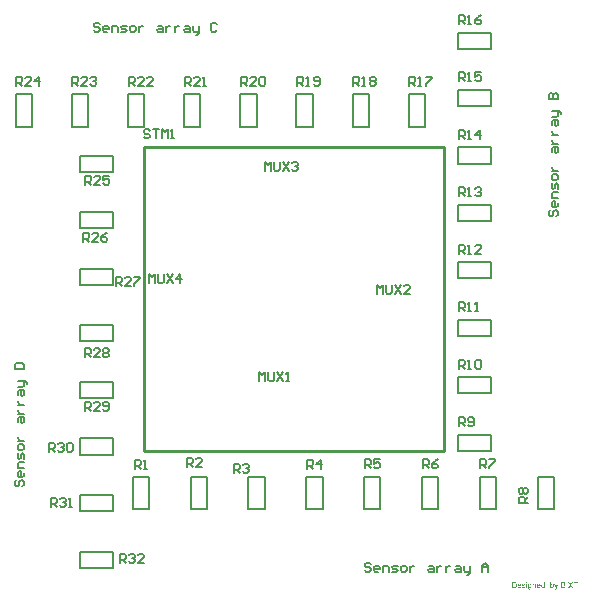
<source format=gto>
G04*
G04 #@! TF.GenerationSoftware,Altium Limited,Altium Designer,19.0.10 (269)*
G04*
G04 Layer_Color=65535*
%FSLAX43Y43*%
%MOMM*%
G71*
G01*
G75*
%ADD10C,0.152*%
%ADD11C,0.254*%
%ADD12C,0.127*%
G36*
X44882Y1070D02*
X44822D01*
Y1138D01*
X44882D01*
Y1070D01*
D02*
G37*
G36*
X46391Y651D02*
X46336D01*
Y695D01*
X46335Y694D01*
X46334Y693D01*
X46332Y690D01*
X46329Y687D01*
X46326Y683D01*
X46322Y679D01*
X46316Y674D01*
X46311Y669D01*
X46304Y664D01*
X46296Y659D01*
X46288Y655D01*
X46280Y651D01*
X46270Y647D01*
X46260Y645D01*
X46249Y644D01*
X46237Y643D01*
X46233D01*
X46230Y644D01*
X46222Y644D01*
X46212Y646D01*
X46199Y649D01*
X46187Y653D01*
X46173Y659D01*
X46159Y666D01*
X46158D01*
X46158Y667D01*
X46153Y670D01*
X46147Y676D01*
X46139Y683D01*
X46131Y692D01*
X46121Y703D01*
X46113Y716D01*
X46105Y730D01*
Y731D01*
X46104Y733D01*
X46104Y735D01*
X46102Y738D01*
X46101Y742D01*
X46099Y747D01*
X46095Y759D01*
X46092Y773D01*
X46089Y789D01*
X46087Y807D01*
X46086Y827D01*
Y828D01*
Y829D01*
Y832D01*
Y836D01*
X46087Y840D01*
Y846D01*
X46088Y859D01*
X46090Y874D01*
X46093Y889D01*
X46097Y906D01*
X46103Y923D01*
Y923D01*
X46104Y925D01*
X46105Y927D01*
X46107Y930D01*
X46110Y937D01*
X46116Y947D01*
X46124Y958D01*
X46133Y969D01*
X46143Y980D01*
X46156Y989D01*
X46156D01*
X46157Y990D01*
X46161Y993D01*
X46169Y997D01*
X46179Y1001D01*
X46190Y1005D01*
X46204Y1009D01*
X46219Y1012D01*
X46234Y1012D01*
X46239D01*
X46245Y1012D01*
X46253Y1011D01*
X46262Y1009D01*
X46271Y1006D01*
X46281Y1003D01*
X46291Y998D01*
X46292Y998D01*
X46295Y996D01*
X46299Y993D01*
X46305Y989D01*
X46311Y984D01*
X46319Y978D01*
X46325Y971D01*
X46331Y963D01*
Y1138D01*
X46391D01*
Y651D01*
D02*
G37*
G36*
X48636Y906D02*
X48820Y651D01*
X48740D01*
X48617Y825D01*
X48616Y825D01*
X48616Y827D01*
X48613Y830D01*
X48610Y834D01*
X48605Y843D01*
X48597Y854D01*
X48596Y854D01*
X48594Y851D01*
X48592Y846D01*
X48588Y840D01*
X48580Y829D01*
X48576Y824D01*
X48573Y820D01*
X48450Y651D01*
X48373D01*
X48562Y903D01*
X48395Y1138D01*
X48472D01*
X48561Y1013D01*
Y1012D01*
X48562Y1012D01*
X48565Y1006D01*
X48570Y1000D01*
X48576Y992D01*
X48582Y982D01*
X48589Y972D01*
X48594Y963D01*
X48599Y954D01*
X48600Y955D01*
X48602Y958D01*
X48606Y963D01*
X48610Y970D01*
X48616Y978D01*
X48622Y988D01*
X48630Y998D01*
X48638Y1008D01*
X48736Y1138D01*
X48806D01*
X48636Y906D01*
D02*
G37*
G36*
X45529Y1012D02*
X45536Y1011D01*
X45545Y1009D01*
X45555Y1007D01*
X45565Y1004D01*
X45576Y1000D01*
X45577Y1000D01*
X45580Y998D01*
X45584Y996D01*
X45590Y992D01*
X45597Y988D01*
X45604Y983D01*
X45610Y977D01*
X45616Y970D01*
X45616Y969D01*
X45618Y967D01*
X45620Y963D01*
X45623Y957D01*
X45626Y952D01*
X45629Y944D01*
X45632Y935D01*
X45634Y926D01*
Y926D01*
X45635Y923D01*
X45636Y919D01*
X45636Y913D01*
Y905D01*
X45637Y894D01*
X45638Y883D01*
Y868D01*
Y651D01*
X45578D01*
Y865D01*
Y866D01*
Y867D01*
Y871D01*
Y878D01*
X45577Y886D01*
X45576Y894D01*
X45575Y904D01*
X45573Y912D01*
X45570Y920D01*
Y920D01*
X45569Y923D01*
X45567Y926D01*
X45565Y930D01*
X45561Y935D01*
X45557Y940D01*
X45552Y945D01*
X45546Y949D01*
X45545Y950D01*
X45543Y951D01*
X45539Y953D01*
X45534Y955D01*
X45528Y957D01*
X45521Y959D01*
X45513Y960D01*
X45504Y960D01*
X45498D01*
X45491Y959D01*
X45481Y957D01*
X45471Y954D01*
X45461Y950D01*
X45449Y944D01*
X45438Y936D01*
X45437Y934D01*
X45434Y931D01*
X45429Y925D01*
X45427Y920D01*
X45425Y915D01*
X45422Y909D01*
X45420Y903D01*
X45418Y895D01*
X45415Y887D01*
X45413Y877D01*
X45412Y867D01*
X45411Y856D01*
Y844D01*
Y651D01*
X45351D01*
Y1004D01*
X45405D01*
Y954D01*
X45406Y954D01*
X45406Y956D01*
X45409Y959D01*
X45412Y963D01*
X45416Y967D01*
X45421Y972D01*
X45426Y977D01*
X45433Y983D01*
X45441Y989D01*
X45449Y994D01*
X45458Y999D01*
X45469Y1003D01*
X45479Y1007D01*
X45491Y1010D01*
X45504Y1012D01*
X45517Y1012D01*
X45522D01*
X45529Y1012D01*
D02*
G37*
G36*
X44611D02*
X44621Y1011D01*
X44633Y1009D01*
X44645Y1007D01*
X44657Y1004D01*
X44669Y1000D01*
X44670D01*
X44671Y999D01*
X44674Y998D01*
X44680Y995D01*
X44687Y992D01*
X44694Y986D01*
X44703Y981D01*
X44710Y975D01*
X44716Y967D01*
X44717Y966D01*
X44718Y963D01*
X44721Y959D01*
X44725Y953D01*
X44728Y946D01*
X44731Y936D01*
X44734Y926D01*
X44737Y914D01*
X44679Y906D01*
Y907D01*
X44678Y910D01*
X44677Y915D01*
X44674Y921D01*
X44671Y928D01*
X44667Y934D01*
X44662Y942D01*
X44655Y948D01*
X44654Y949D01*
X44651Y950D01*
X44647Y953D01*
X44641Y956D01*
X44634Y958D01*
X44624Y961D01*
X44614Y963D01*
X44601Y963D01*
X44594D01*
X44587Y963D01*
X44578Y962D01*
X44568Y960D01*
X44559Y957D01*
X44549Y954D01*
X44542Y949D01*
X44541Y949D01*
X44539Y947D01*
X44536Y944D01*
X44533Y940D01*
X44530Y936D01*
X44528Y930D01*
X44525Y924D01*
X44525Y917D01*
Y917D01*
Y915D01*
X44525Y913D01*
Y910D01*
X44528Y903D01*
X44531Y896D01*
X44532Y895D01*
X44533Y894D01*
X44537Y891D01*
X44540Y888D01*
X44544Y886D01*
X44549Y883D01*
X44554Y880D01*
X44555D01*
X44556Y880D01*
X44559Y879D01*
X44565Y877D01*
X44571Y875D01*
X44581Y872D01*
X44593Y869D01*
X44599Y867D01*
X44608Y865D01*
X44608D01*
X44611Y864D01*
X44614Y863D01*
X44618Y862D01*
X44623Y860D01*
X44629Y859D01*
X44642Y855D01*
X44657Y851D01*
X44672Y845D01*
X44686Y841D01*
X44691Y839D01*
X44697Y837D01*
X44698Y836D01*
X44701Y834D01*
X44706Y832D01*
X44711Y829D01*
X44717Y825D01*
X44724Y819D01*
X44730Y813D01*
X44736Y805D01*
X44737Y805D01*
X44738Y802D01*
X44740Y797D01*
X44743Y791D01*
X44746Y784D01*
X44749Y775D01*
X44750Y765D01*
X44751Y754D01*
Y753D01*
Y749D01*
X44750Y743D01*
X44749Y736D01*
X44746Y728D01*
X44743Y718D01*
X44739Y708D01*
X44733Y698D01*
X44732Y696D01*
X44730Y693D01*
X44726Y689D01*
X44720Y683D01*
X44713Y676D01*
X44704Y670D01*
X44694Y663D01*
X44682Y657D01*
X44680Y656D01*
X44676Y655D01*
X44669Y653D01*
X44660Y650D01*
X44649Y647D01*
X44637Y645D01*
X44622Y644D01*
X44608Y643D01*
X44601D01*
X44597Y644D01*
X44591D01*
X44584Y644D01*
X44568Y647D01*
X44551Y650D01*
X44534Y655D01*
X44517Y662D01*
X44510Y666D01*
X44502Y671D01*
X44502D01*
X44501Y673D01*
X44496Y676D01*
X44490Y683D01*
X44483Y693D01*
X44476Y705D01*
X44468Y719D01*
X44462Y736D01*
X44457Y756D01*
X44516Y766D01*
Y765D01*
Y765D01*
X44517Y760D01*
X44519Y753D01*
X44522Y745D01*
X44525Y736D01*
X44530Y728D01*
X44536Y719D01*
X44544Y710D01*
X44545Y710D01*
X44548Y708D01*
X44553Y705D01*
X44560Y702D01*
X44570Y698D01*
X44580Y695D01*
X44594Y693D01*
X44608Y692D01*
X44614D01*
X44622Y693D01*
X44631Y694D01*
X44641Y696D01*
X44651Y699D01*
X44661Y703D01*
X44669Y708D01*
X44670Y709D01*
X44672Y711D01*
X44676Y715D01*
X44680Y719D01*
X44683Y725D01*
X44686Y733D01*
X44688Y740D01*
X44689Y748D01*
Y749D01*
Y752D01*
X44688Y755D01*
X44687Y760D01*
X44685Y765D01*
X44682Y771D01*
X44677Y776D01*
X44671Y780D01*
X44671Y781D01*
X44668Y782D01*
X44665Y783D01*
X44659Y786D01*
X44651Y788D01*
X44640Y792D01*
X44634Y794D01*
X44627Y796D01*
X44619Y798D01*
X44610Y800D01*
X44609D01*
X44607Y801D01*
X44604Y802D01*
X44599Y803D01*
X44594Y805D01*
X44588Y806D01*
X44574Y811D01*
X44559Y815D01*
X44543Y820D01*
X44529Y825D01*
X44523Y827D01*
X44518Y829D01*
X44517Y830D01*
X44513Y831D01*
X44509Y834D01*
X44504Y838D01*
X44497Y842D01*
X44491Y848D01*
X44485Y855D01*
X44479Y863D01*
X44479Y863D01*
X44477Y866D01*
X44476Y871D01*
X44473Y877D01*
X44470Y883D01*
X44469Y891D01*
X44467Y900D01*
X44467Y910D01*
Y911D01*
Y914D01*
X44467Y919D01*
X44468Y924D01*
X44469Y931D01*
X44471Y938D01*
X44473Y946D01*
X44477Y954D01*
X44478Y954D01*
X44479Y957D01*
X44482Y961D01*
X44485Y966D01*
X44489Y971D01*
X44494Y976D01*
X44500Y982D01*
X44507Y987D01*
X44507Y988D01*
X44510Y989D01*
X44513Y991D01*
X44517Y993D01*
X44522Y996D01*
X44529Y999D01*
X44536Y1002D01*
X44545Y1005D01*
X44546D01*
X44549Y1006D01*
X44553Y1007D01*
X44560Y1009D01*
X44568Y1010D01*
X44576Y1011D01*
X44586Y1012D01*
X44603D01*
X44611Y1012D01*
D02*
G37*
G36*
X47398Y645D02*
Y644D01*
X47397Y643D01*
X47396Y640D01*
X47394Y636D01*
X47393Y631D01*
X47390Y626D01*
X47386Y613D01*
X47380Y600D01*
X47375Y587D01*
X47370Y575D01*
X47367Y570D01*
X47364Y565D01*
X47364Y564D01*
X47361Y561D01*
X47359Y555D01*
X47354Y549D01*
X47348Y542D01*
X47342Y535D01*
X47335Y528D01*
X47327Y522D01*
X47327Y521D01*
X47324Y520D01*
X47319Y518D01*
X47313Y515D01*
X47307Y512D01*
X47298Y510D01*
X47289Y509D01*
X47278Y508D01*
X47275D01*
X47272Y509D01*
X47267D01*
X47261Y509D01*
X47255Y511D01*
X47240Y515D01*
X47233Y571D01*
X47234D01*
X47236Y570D01*
X47240Y570D01*
X47245Y568D01*
X47255Y566D01*
X47267Y565D01*
X47271D01*
X47274Y566D01*
X47279D01*
X47290Y568D01*
X47295Y570D01*
X47299Y572D01*
X47300D01*
X47301Y573D01*
X47304Y575D01*
X47306Y577D01*
X47313Y583D01*
X47319Y591D01*
Y592D01*
X47320Y593D01*
X47321Y596D01*
X47324Y600D01*
X47326Y606D01*
X47329Y613D01*
X47333Y624D01*
X47337Y636D01*
X47338Y636D01*
X47338Y639D01*
X47341Y644D01*
X47343Y650D01*
X47209Y1004D01*
X47272D01*
X47346Y801D01*
Y800D01*
X47347Y799D01*
X47347Y797D01*
X47348Y794D01*
X47351Y786D01*
X47355Y776D01*
X47359Y764D01*
X47363Y750D01*
X47367Y735D01*
X47372Y719D01*
Y720D01*
X47373Y721D01*
Y723D01*
X47374Y726D01*
X47376Y734D01*
X47379Y744D01*
X47382Y756D01*
X47387Y769D01*
X47391Y783D01*
X47396Y798D01*
X47472Y1004D01*
X47531D01*
X47398Y645D01*
D02*
G37*
G36*
X49225Y1081D02*
X49065D01*
Y651D01*
X49001D01*
Y1081D01*
X48840D01*
Y1138D01*
X49225D01*
Y1081D01*
D02*
G37*
G36*
X48311Y651D02*
X48243D01*
Y719D01*
X48311D01*
Y651D01*
D02*
G37*
G36*
X47973Y1138D02*
X47979D01*
X47991Y1137D01*
X48005Y1135D01*
X48020Y1132D01*
X48035Y1129D01*
X48048Y1124D01*
X48049D01*
X48050Y1123D01*
X48054Y1121D01*
X48060Y1117D01*
X48068Y1112D01*
X48076Y1106D01*
X48085Y1098D01*
X48094Y1089D01*
X48102Y1078D01*
X48102Y1076D01*
X48105Y1072D01*
X48108Y1066D01*
X48111Y1058D01*
X48115Y1048D01*
X48118Y1038D01*
X48120Y1026D01*
X48121Y1013D01*
Y1012D01*
Y1008D01*
X48120Y1002D01*
X48119Y994D01*
X48117Y985D01*
X48114Y975D01*
X48110Y964D01*
X48104Y954D01*
X48103Y952D01*
X48101Y949D01*
X48096Y944D01*
X48091Y938D01*
X48084Y931D01*
X48075Y924D01*
X48065Y917D01*
X48052Y910D01*
X48053D01*
X48054Y909D01*
X48056Y909D01*
X48059Y908D01*
X48068Y904D01*
X48077Y900D01*
X48088Y893D01*
X48099Y886D01*
X48111Y877D01*
X48120Y865D01*
X48121Y864D01*
X48124Y860D01*
X48128Y854D01*
X48133Y845D01*
X48137Y834D01*
X48141Y822D01*
X48144Y808D01*
X48145Y792D01*
Y791D01*
Y786D01*
X48144Y779D01*
X48143Y771D01*
X48141Y762D01*
X48139Y751D01*
X48135Y739D01*
X48130Y728D01*
X48129Y727D01*
X48128Y723D01*
X48124Y718D01*
X48120Y711D01*
X48115Y704D01*
X48109Y696D01*
X48102Y689D01*
X48094Y682D01*
X48094Y682D01*
X48091Y680D01*
X48086Y677D01*
X48079Y673D01*
X48072Y670D01*
X48062Y666D01*
X48052Y662D01*
X48041Y659D01*
X48039D01*
X48035Y657D01*
X48028Y656D01*
X48019Y655D01*
X48007Y653D01*
X47994Y653D01*
X47979Y651D01*
X47777D01*
Y1138D01*
X47968D01*
X47973Y1138D01*
D02*
G37*
G36*
X44882Y651D02*
X44822D01*
Y1004D01*
X44882D01*
Y651D01*
D02*
G37*
G36*
X43819Y1138D02*
X43833Y1137D01*
X43847Y1135D01*
X43861Y1133D01*
X43873Y1131D01*
X43874D01*
X43876Y1130D01*
X43877D01*
X43880Y1129D01*
X43888Y1127D01*
X43898Y1123D01*
X43909Y1118D01*
X43921Y1112D01*
X43933Y1105D01*
X43945Y1096D01*
X43945D01*
X43946Y1095D01*
X43951Y1090D01*
X43958Y1083D01*
X43966Y1073D01*
X43976Y1061D01*
X43985Y1047D01*
X43994Y1031D01*
X44002Y1012D01*
Y1012D01*
X44003Y1010D01*
X44004Y1007D01*
X44005Y1003D01*
X44007Y999D01*
X44008Y993D01*
X44011Y986D01*
X44012Y979D01*
X44014Y971D01*
X44016Y962D01*
X44019Y943D01*
X44021Y921D01*
X44022Y897D01*
Y897D01*
Y895D01*
Y892D01*
Y888D01*
X44021Y883D01*
Y877D01*
X44020Y864D01*
X44019Y849D01*
X44016Y832D01*
X44013Y815D01*
X44008Y799D01*
Y798D01*
X44008Y797D01*
X44007Y794D01*
X44006Y791D01*
X44003Y784D01*
X43999Y774D01*
X43995Y762D01*
X43989Y751D01*
X43982Y739D01*
X43975Y728D01*
X43974Y726D01*
X43971Y723D01*
X43968Y718D01*
X43962Y711D01*
X43956Y705D01*
X43948Y697D01*
X43939Y690D01*
X43930Y683D01*
X43930Y682D01*
X43926Y681D01*
X43921Y678D01*
X43914Y674D01*
X43906Y670D01*
X43896Y667D01*
X43885Y663D01*
X43873Y659D01*
X43871D01*
X43867Y658D01*
X43860Y657D01*
X43850Y656D01*
X43839Y654D01*
X43826Y653D01*
X43811Y652D01*
X43795Y651D01*
X43620D01*
Y1138D01*
X43807D01*
X43819Y1138D01*
D02*
G37*
G36*
X46923Y965D02*
X46924Y966D01*
X46925Y967D01*
X46927Y969D01*
X46930Y972D01*
X46934Y976D01*
X46938Y980D01*
X46949Y989D01*
X46962Y998D01*
X46980Y1005D01*
X46988Y1008D01*
X46998Y1010D01*
X47008Y1012D01*
X47019Y1012D01*
X47025D01*
X47031Y1012D01*
X47039Y1011D01*
X47049Y1009D01*
X47059Y1006D01*
X47069Y1003D01*
X47080Y999D01*
X47082Y998D01*
X47086Y997D01*
X47091Y994D01*
X47097Y989D01*
X47105Y984D01*
X47112Y977D01*
X47120Y970D01*
X47128Y962D01*
X47129Y961D01*
X47131Y957D01*
X47135Y952D01*
X47139Y946D01*
X47143Y937D01*
X47149Y928D01*
X47153Y917D01*
X47158Y904D01*
X47158Y903D01*
X47159Y898D01*
X47161Y891D01*
X47163Y883D01*
X47165Y872D01*
X47167Y860D01*
X47168Y847D01*
X47169Y833D01*
Y832D01*
Y829D01*
Y824D01*
X47168Y818D01*
X47167Y810D01*
X47166Y802D01*
X47165Y791D01*
X47163Y781D01*
X47158Y759D01*
X47154Y747D01*
X47149Y735D01*
X47144Y723D01*
X47138Y712D01*
X47132Y702D01*
X47123Y692D01*
X47123Y691D01*
X47121Y690D01*
X47119Y687D01*
X47115Y685D01*
X47112Y681D01*
X47106Y676D01*
X47100Y672D01*
X47093Y667D01*
X47077Y659D01*
X47060Y650D01*
X47049Y647D01*
X47039Y645D01*
X47028Y644D01*
X47016Y643D01*
X47010D01*
X47005Y644D01*
X47000Y644D01*
X46994Y646D01*
X46980Y650D01*
X46973Y652D01*
X46965Y656D01*
X46957Y660D01*
X46948Y665D01*
X46941Y671D01*
X46933Y678D01*
X46925Y686D01*
X46919Y695D01*
Y651D01*
X46863D01*
Y1138D01*
X46923D01*
Y965D01*
D02*
G37*
G36*
X45886Y1012D02*
X45891Y1011D01*
X45899Y1010D01*
X45906Y1009D01*
X45915Y1006D01*
X45933Y1000D01*
X45943Y997D01*
X45952Y992D01*
X45962Y986D01*
X45972Y980D01*
X45980Y972D01*
X45989Y963D01*
X45990Y963D01*
X45992Y961D01*
X45994Y958D01*
X45997Y954D01*
X46000Y949D01*
X46003Y943D01*
X46008Y937D01*
X46012Y929D01*
X46016Y919D01*
X46021Y909D01*
X46024Y898D01*
X46028Y886D01*
X46030Y873D01*
X46032Y859D01*
X46034Y844D01*
X46035Y828D01*
Y827D01*
Y824D01*
Y819D01*
X46034Y812D01*
X45771D01*
Y811D01*
Y810D01*
X45772Y806D01*
Y802D01*
X45773Y797D01*
X45774Y792D01*
X45777Y779D01*
X45781Y765D01*
X45786Y750D01*
X45794Y735D01*
X45804Y722D01*
X45805Y721D01*
X45809Y718D01*
X45816Y713D01*
X45824Y708D01*
X45835Y702D01*
X45848Y696D01*
X45862Y693D01*
X45877Y692D01*
X45883D01*
X45889Y693D01*
X45897Y694D01*
X45906Y696D01*
X45915Y699D01*
X45925Y703D01*
X45934Y709D01*
X45934Y710D01*
X45937Y713D01*
X45942Y716D01*
X45947Y723D01*
X45953Y730D01*
X45959Y740D01*
X45965Y752D01*
X45971Y765D01*
X46032Y757D01*
Y756D01*
X46032Y755D01*
X46031Y752D01*
X46029Y748D01*
X46028Y744D01*
X46026Y739D01*
X46020Y726D01*
X46012Y713D01*
X46003Y699D01*
X45992Y685D01*
X45978Y673D01*
X45978D01*
X45977Y671D01*
X45975Y670D01*
X45971Y668D01*
X45967Y666D01*
X45963Y663D01*
X45957Y661D01*
X45951Y658D01*
X45937Y653D01*
X45919Y647D01*
X45900Y644D01*
X45877Y643D01*
X45870D01*
X45865Y644D01*
X45858Y644D01*
X45851Y645D01*
X45843Y647D01*
X45833Y649D01*
X45814Y655D01*
X45803Y659D01*
X45794Y663D01*
X45783Y668D01*
X45774Y675D01*
X45764Y682D01*
X45755Y690D01*
X45754Y691D01*
X45753Y693D01*
X45751Y696D01*
X45748Y699D01*
X45745Y704D01*
X45741Y710D01*
X45736Y717D01*
X45733Y725D01*
X45728Y734D01*
X45724Y744D01*
X45720Y755D01*
X45717Y767D01*
X45714Y779D01*
X45712Y794D01*
X45711Y808D01*
X45710Y824D01*
Y825D01*
Y828D01*
Y833D01*
X45711Y839D01*
X45711Y846D01*
X45712Y855D01*
X45713Y865D01*
X45716Y875D01*
X45721Y897D01*
X45725Y909D01*
X45729Y920D01*
X45734Y932D01*
X45740Y943D01*
X45747Y953D01*
X45755Y963D01*
X45756Y963D01*
X45757Y965D01*
X45759Y967D01*
X45763Y971D01*
X45768Y975D01*
X45774Y978D01*
X45779Y983D01*
X45787Y988D01*
X45795Y992D01*
X45804Y997D01*
X45814Y1000D01*
X45825Y1005D01*
X45836Y1008D01*
X45848Y1010D01*
X45860Y1012D01*
X45874Y1012D01*
X45880D01*
X45886Y1012D01*
D02*
G37*
G36*
X44259D02*
X44265Y1011D01*
X44272Y1010D01*
X44280Y1009D01*
X44289Y1006D01*
X44307Y1000D01*
X44316Y997D01*
X44326Y992D01*
X44335Y986D01*
X44345Y980D01*
X44354Y972D01*
X44363Y963D01*
X44364Y963D01*
X44365Y961D01*
X44367Y958D01*
X44370Y954D01*
X44373Y949D01*
X44377Y943D01*
X44381Y937D01*
X44386Y929D01*
X44390Y919D01*
X44394Y909D01*
X44398Y898D01*
X44401Y886D01*
X44404Y873D01*
X44406Y859D01*
X44407Y844D01*
X44408Y828D01*
Y827D01*
Y824D01*
Y819D01*
X44407Y812D01*
X44145D01*
Y811D01*
Y810D01*
X44146Y806D01*
Y802D01*
X44146Y797D01*
X44147Y792D01*
X44150Y779D01*
X44154Y765D01*
X44160Y750D01*
X44168Y735D01*
X44177Y722D01*
X44179Y721D01*
X44183Y718D01*
X44189Y713D01*
X44197Y708D01*
X44209Y702D01*
X44221Y696D01*
X44235Y693D01*
X44251Y692D01*
X44257D01*
X44263Y693D01*
X44270Y694D01*
X44279Y696D01*
X44289Y699D01*
X44298Y703D01*
X44307Y709D01*
X44308Y710D01*
X44311Y713D01*
X44315Y716D01*
X44321Y723D01*
X44327Y730D01*
X44332Y740D01*
X44338Y752D01*
X44344Y765D01*
X44406Y757D01*
Y756D01*
X44405Y755D01*
X44404Y752D01*
X44403Y748D01*
X44401Y744D01*
X44399Y739D01*
X44393Y726D01*
X44386Y713D01*
X44377Y699D01*
X44365Y685D01*
X44352Y673D01*
X44351D01*
X44350Y671D01*
X44348Y670D01*
X44344Y668D01*
X44341Y666D01*
X44336Y663D01*
X44331Y661D01*
X44324Y658D01*
X44310Y653D01*
X44292Y647D01*
X44273Y644D01*
X44251Y643D01*
X44243D01*
X44238Y644D01*
X44232Y644D01*
X44224Y645D01*
X44216Y647D01*
X44206Y649D01*
X44187Y655D01*
X44177Y659D01*
X44167Y663D01*
X44157Y668D01*
X44147Y675D01*
X44137Y682D01*
X44129Y690D01*
X44128Y691D01*
X44126Y693D01*
X44124Y696D01*
X44122Y699D01*
X44118Y704D01*
X44114Y710D01*
X44110Y717D01*
X44106Y725D01*
X44102Y734D01*
X44097Y744D01*
X44094Y755D01*
X44091Y767D01*
X44088Y779D01*
X44085Y794D01*
X44084Y808D01*
X44083Y824D01*
Y825D01*
Y828D01*
Y833D01*
X44084Y839D01*
X44085Y846D01*
X44085Y855D01*
X44087Y865D01*
X44089Y875D01*
X44094Y897D01*
X44098Y909D01*
X44103Y920D01*
X44108Y932D01*
X44114Y943D01*
X44120Y953D01*
X44129Y963D01*
X44129Y963D01*
X44131Y965D01*
X44133Y967D01*
X44137Y971D01*
X44141Y975D01*
X44147Y978D01*
X44153Y983D01*
X44160Y988D01*
X44169Y992D01*
X44177Y997D01*
X44187Y1000D01*
X44198Y1005D01*
X44209Y1008D01*
X44221Y1010D01*
X44234Y1012D01*
X44247Y1012D01*
X44254D01*
X44259Y1012D01*
D02*
G37*
G36*
X45113D02*
X45118Y1011D01*
X45125Y1009D01*
X45139Y1006D01*
X45147Y1003D01*
X45155Y1000D01*
X45164Y996D01*
X45173Y991D01*
X45181Y985D01*
X45190Y978D01*
X45198Y970D01*
X45205Y961D01*
Y1004D01*
X45260D01*
Y699D01*
Y698D01*
Y695D01*
Y691D01*
Y685D01*
X45260Y679D01*
Y671D01*
X45259Y662D01*
X45258Y653D01*
X45256Y635D01*
X45253Y616D01*
X45249Y598D01*
X45246Y590D01*
X45243Y583D01*
Y582D01*
X45243Y581D01*
X45240Y577D01*
X45236Y571D01*
X45231Y563D01*
X45223Y554D01*
X45214Y545D01*
X45203Y536D01*
X45191Y528D01*
X45190D01*
X45189Y527D01*
X45187Y527D01*
X45184Y525D01*
X45176Y521D01*
X45166Y518D01*
X45153Y515D01*
X45137Y511D01*
X45120Y509D01*
X45101Y508D01*
X45095D01*
X45090Y509D01*
X45085D01*
X45079Y509D01*
X45064Y512D01*
X45048Y515D01*
X45031Y520D01*
X45014Y527D01*
X44998Y537D01*
X44998D01*
X44997Y538D01*
X44993Y542D01*
X44987Y549D01*
X44979Y558D01*
X44973Y570D01*
X44967Y585D01*
X44963Y602D01*
X44961Y612D01*
Y622D01*
X45019Y614D01*
Y613D01*
X45020Y610D01*
X45021Y605D01*
X45023Y599D01*
X45026Y593D01*
X45030Y586D01*
X45034Y580D01*
X45040Y575D01*
X45041Y574D01*
X45044Y572D01*
X45049Y570D01*
X45056Y567D01*
X45064Y563D01*
X45075Y561D01*
X45087Y558D01*
X45101Y558D01*
X45108D01*
X45115Y558D01*
X45125Y560D01*
X45135Y562D01*
X45145Y565D01*
X45156Y569D01*
X45165Y575D01*
X45165Y575D01*
X45168Y578D01*
X45172Y581D01*
X45177Y587D01*
X45182Y593D01*
X45187Y601D01*
X45191Y610D01*
X45195Y621D01*
Y621D01*
X45196Y624D01*
X45197Y630D01*
X45197Y637D01*
X45199Y647D01*
Y654D01*
X45199Y661D01*
Y669D01*
Y677D01*
Y687D01*
Y697D01*
X45199Y696D01*
X45198Y695D01*
X45196Y693D01*
X45193Y690D01*
X45188Y687D01*
X45184Y682D01*
X45173Y674D01*
X45159Y666D01*
X45142Y659D01*
X45133Y656D01*
X45123Y653D01*
X45113Y652D01*
X45102Y651D01*
X45096D01*
X45090Y652D01*
X45085Y653D01*
X45077Y654D01*
X45070Y656D01*
X45061Y658D01*
X45052Y660D01*
X45043Y664D01*
X45033Y668D01*
X45024Y673D01*
X45015Y679D01*
X45006Y686D01*
X44998Y694D01*
X44990Y703D01*
X44989Y704D01*
X44988Y705D01*
X44986Y708D01*
X44984Y713D01*
X44981Y718D01*
X44977Y724D01*
X44973Y730D01*
X44970Y739D01*
X44966Y748D01*
X44962Y757D01*
X44959Y768D01*
X44955Y779D01*
X44951Y802D01*
X44950Y816D01*
X44950Y829D01*
Y830D01*
Y831D01*
Y834D01*
Y838D01*
X44950Y842D01*
Y848D01*
X44952Y860D01*
X44954Y874D01*
X44957Y890D01*
X44961Y906D01*
X44967Y923D01*
Y923D01*
X44968Y925D01*
X44970Y927D01*
X44971Y930D01*
X44975Y937D01*
X44981Y947D01*
X44989Y957D01*
X44998Y969D01*
X45008Y979D01*
X45021Y989D01*
X45021D01*
X45022Y989D01*
X45024Y991D01*
X45027Y992D01*
X45034Y996D01*
X45044Y1000D01*
X45056Y1005D01*
X45070Y1009D01*
X45085Y1012D01*
X45102Y1012D01*
X45108D01*
X45113Y1012D01*
D02*
G37*
%LPC*%
G36*
X46247Y963D02*
X46236D01*
X46233Y962D01*
X46226Y961D01*
X46217Y959D01*
X46207Y954D01*
X46196Y949D01*
X46184Y941D01*
X46179Y936D01*
X46174Y930D01*
X46173Y929D01*
X46172Y926D01*
X46170Y924D01*
X46168Y920D01*
X46166Y916D01*
X46163Y911D01*
X46161Y905D01*
X46158Y898D01*
X46156Y891D01*
X46153Y882D01*
X46152Y873D01*
X46150Y863D01*
X46149Y851D01*
X46147Y840D01*
Y827D01*
Y826D01*
Y824D01*
Y820D01*
X46148Y816D01*
Y810D01*
X46149Y804D01*
X46151Y788D01*
X46154Y772D01*
X46159Y755D01*
X46166Y739D01*
X46170Y732D01*
X46176Y725D01*
X46177Y724D01*
X46181Y720D01*
X46187Y715D01*
X46195Y709D01*
X46204Y702D01*
X46216Y697D01*
X46229Y693D01*
X46236Y693D01*
X46243Y692D01*
X46247D01*
X46250Y693D01*
X46257Y693D01*
X46266Y696D01*
X46276Y700D01*
X46288Y705D01*
X46299Y713D01*
X46305Y718D01*
X46310Y724D01*
Y725D01*
X46311Y725D01*
X46312Y728D01*
X46314Y730D01*
X46316Y733D01*
X46319Y737D01*
X46321Y742D01*
X46324Y748D01*
X46326Y754D01*
X46328Y762D01*
X46331Y770D01*
X46333Y779D01*
X46335Y788D01*
X46336Y799D01*
X46337Y810D01*
Y822D01*
Y822D01*
Y825D01*
Y828D01*
X46336Y834D01*
Y840D01*
X46336Y846D01*
X46334Y863D01*
X46331Y880D01*
X46325Y897D01*
X46319Y914D01*
X46314Y922D01*
X46309Y929D01*
Y929D01*
X46308Y930D01*
X46304Y934D01*
X46298Y940D01*
X46290Y946D01*
X46280Y952D01*
X46268Y957D01*
X46255Y961D01*
X46247Y963D01*
D02*
G37*
G36*
X47956Y1081D02*
X47841D01*
Y933D01*
X47961D01*
X47970Y934D01*
X47980Y934D01*
X47990Y935D01*
X47999Y937D01*
X48007Y938D01*
X48008Y939D01*
X48011Y940D01*
X48016Y941D01*
X48022Y944D01*
X48028Y947D01*
X48033Y952D01*
X48039Y957D01*
X48045Y963D01*
X48045Y963D01*
X48047Y966D01*
X48048Y969D01*
X48051Y975D01*
X48053Y980D01*
X48055Y988D01*
X48056Y996D01*
X48057Y1006D01*
Y1006D01*
Y1010D01*
X48056Y1015D01*
X48056Y1020D01*
X48054Y1027D01*
X48052Y1034D01*
X48049Y1041D01*
X48045Y1049D01*
X48045Y1049D01*
X48043Y1052D01*
X48040Y1055D01*
X48036Y1059D01*
X48032Y1063D01*
X48026Y1067D01*
X48019Y1071D01*
X48012Y1074D01*
X48011D01*
X48007Y1075D01*
X48002Y1076D01*
X47995Y1078D01*
X47985Y1079D01*
X47972Y1080D01*
X47956Y1081D01*
D02*
G37*
G36*
X47970Y876D02*
X47841D01*
Y708D01*
X47979D01*
X47994Y709D01*
X48001Y710D01*
X48006Y710D01*
X48007D01*
X48010Y711D01*
X48014Y712D01*
X48019Y713D01*
X48031Y717D01*
X48043Y723D01*
X48044Y724D01*
X48046Y725D01*
X48048Y727D01*
X48052Y730D01*
X48056Y734D01*
X48060Y739D01*
X48065Y745D01*
X48068Y751D01*
X48069Y751D01*
X48070Y753D01*
X48071Y757D01*
X48074Y762D01*
X48075Y768D01*
X48076Y776D01*
X48077Y783D01*
X48078Y792D01*
Y794D01*
Y797D01*
X48077Y802D01*
X48076Y808D01*
X48074Y815D01*
X48072Y823D01*
X48068Y831D01*
X48063Y839D01*
X48062Y840D01*
X48061Y842D01*
X48057Y845D01*
X48053Y850D01*
X48048Y855D01*
X48041Y860D01*
X48033Y864D01*
X48025Y868D01*
X48023Y868D01*
X48020Y869D01*
X48014Y871D01*
X48007Y872D01*
X47996Y874D01*
X47985Y874D01*
X47970Y876D01*
D02*
G37*
G36*
X43786Y1081D02*
X43684D01*
Y708D01*
X43795D01*
X43804Y709D01*
X43815Y710D01*
X43827Y710D01*
X43839Y712D01*
X43851Y714D01*
X43862Y717D01*
X43864Y718D01*
X43867Y719D01*
X43872Y721D01*
X43878Y724D01*
X43885Y728D01*
X43893Y731D01*
X43899Y736D01*
X43906Y742D01*
X43907Y743D01*
X43910Y747D01*
X43914Y752D01*
X43919Y759D01*
X43925Y768D01*
X43930Y778D01*
X43936Y791D01*
X43942Y804D01*
Y805D01*
X43942Y805D01*
X43943Y808D01*
X43944Y811D01*
X43945Y814D01*
X43946Y819D01*
X43948Y830D01*
X43951Y844D01*
X43953Y860D01*
X43954Y878D01*
X43955Y898D01*
Y899D01*
Y902D01*
Y906D01*
Y911D01*
X43954Y917D01*
X43953Y925D01*
X43953Y933D01*
X43952Y941D01*
X43949Y960D01*
X43945Y980D01*
X43938Y998D01*
X43934Y1007D01*
X43930Y1015D01*
Y1016D01*
X43928Y1017D01*
X43928Y1019D01*
X43925Y1022D01*
X43920Y1029D01*
X43913Y1038D01*
X43904Y1047D01*
X43893Y1056D01*
X43882Y1064D01*
X43869Y1071D01*
X43867Y1072D01*
X43864Y1072D01*
X43858Y1074D01*
X43849Y1076D01*
X43837Y1078D01*
X43823Y1080D01*
X43806Y1081D01*
X43786Y1081D01*
D02*
G37*
G36*
X47020Y963D02*
X47009D01*
X47006Y963D01*
X46999Y962D01*
X46990Y959D01*
X46980Y955D01*
X46968Y949D01*
X46957Y940D01*
X46951Y934D01*
X46945Y929D01*
Y928D01*
X46944Y927D01*
X46943Y925D01*
X46941Y922D01*
X46939Y919D01*
X46937Y914D01*
X46934Y909D01*
X46931Y903D01*
X46928Y897D01*
X46926Y889D01*
X46924Y881D01*
X46922Y873D01*
X46919Y853D01*
X46917Y830D01*
Y829D01*
Y827D01*
Y824D01*
Y820D01*
X46918Y814D01*
Y808D01*
X46919Y794D01*
X46922Y779D01*
X46925Y764D01*
X46928Y750D01*
X46931Y744D01*
X46934Y738D01*
Y737D01*
X46936Y736D01*
X46937Y733D01*
X46939Y730D01*
X46945Y723D01*
X46954Y715D01*
X46965Y707D01*
X46979Y699D01*
X46985Y696D01*
X46994Y694D01*
X47002Y693D01*
X47011Y692D01*
X47014D01*
X47017Y693D01*
X47025Y693D01*
X47034Y696D01*
X47045Y700D01*
X47056Y706D01*
X47067Y715D01*
X47073Y720D01*
X47078Y726D01*
Y727D01*
X47080Y728D01*
X47081Y730D01*
X47083Y733D01*
X47085Y736D01*
X47087Y740D01*
X47090Y745D01*
X47093Y751D01*
X47095Y759D01*
X47098Y766D01*
X47100Y774D01*
X47103Y783D01*
X47104Y794D01*
X47106Y804D01*
X47107Y815D01*
Y828D01*
Y828D01*
Y831D01*
Y834D01*
X47106Y839D01*
Y845D01*
X47106Y851D01*
X47103Y866D01*
X47100Y883D01*
X47095Y900D01*
X47089Y916D01*
X47085Y923D01*
X47080Y930D01*
Y931D01*
X47078Y932D01*
X47074Y935D01*
X47069Y940D01*
X47061Y947D01*
X47051Y953D01*
X47040Y958D01*
X47027Y962D01*
X47020Y963D01*
D02*
G37*
G36*
X45874D02*
X45871D01*
X45868Y963D01*
X45860Y962D01*
X45850Y960D01*
X45839Y957D01*
X45828Y952D01*
X45816Y945D01*
X45805Y935D01*
X45803Y934D01*
X45800Y930D01*
X45796Y924D01*
X45791Y915D01*
X45785Y905D01*
X45780Y892D01*
X45777Y877D01*
X45774Y861D01*
X45972D01*
Y862D01*
Y863D01*
X45971Y865D01*
Y868D01*
X45969Y877D01*
X45967Y886D01*
X45964Y897D01*
X45960Y908D01*
X45955Y919D01*
X45949Y928D01*
Y929D01*
X45947Y929D01*
X45943Y934D01*
X45937Y939D01*
X45929Y946D01*
X45917Y952D01*
X45905Y958D01*
X45891Y962D01*
X45883Y963D01*
X45874Y963D01*
D02*
G37*
G36*
X44248D02*
X44244D01*
X44241Y963D01*
X44233Y962D01*
X44223Y960D01*
X44212Y957D01*
X44201Y952D01*
X44189Y945D01*
X44178Y935D01*
X44177Y934D01*
X44174Y930D01*
X44169Y924D01*
X44164Y915D01*
X44159Y905D01*
X44154Y892D01*
X44150Y877D01*
X44148Y861D01*
X44345D01*
Y862D01*
Y863D01*
X44344Y865D01*
Y868D01*
X44343Y877D01*
X44341Y886D01*
X44338Y897D01*
X44333Y908D01*
X44329Y919D01*
X44322Y928D01*
Y929D01*
X44321Y929D01*
X44317Y934D01*
X44310Y939D01*
X44302Y946D01*
X44291Y952D01*
X44278Y958D01*
X44264Y962D01*
X44256Y963D01*
X44248Y963D01*
D02*
G37*
G36*
X45114Y963D02*
X45103D01*
X45100Y962D01*
X45093Y961D01*
X45083Y959D01*
X45073Y954D01*
X45061Y949D01*
X45050Y941D01*
X45044Y936D01*
X45039Y930D01*
X45037Y929D01*
X45036Y926D01*
X45034Y924D01*
X45032Y920D01*
X45030Y917D01*
X45027Y911D01*
X45025Y906D01*
X45022Y900D01*
X45020Y892D01*
X45018Y884D01*
X45016Y876D01*
X45013Y856D01*
X45011Y834D01*
Y833D01*
Y831D01*
Y827D01*
X45012Y822D01*
Y817D01*
X45013Y810D01*
X45015Y795D01*
X45018Y779D01*
X45023Y762D01*
X45030Y746D01*
X45034Y739D01*
X45039Y733D01*
X45040Y731D01*
X45044Y728D01*
X45050Y722D01*
X45058Y717D01*
X45067Y711D01*
X45079Y706D01*
X45093Y702D01*
X45100Y702D01*
X45108Y701D01*
X45111D01*
X45114Y702D01*
X45122Y702D01*
X45132Y705D01*
X45142Y708D01*
X45154Y714D01*
X45165Y722D01*
X45176Y732D01*
Y733D01*
X45178Y733D01*
X45179Y736D01*
X45181Y738D01*
X45183Y742D01*
X45185Y745D01*
X45188Y751D01*
X45191Y756D01*
X45194Y763D01*
X45196Y771D01*
X45198Y779D01*
X45200Y788D01*
X45202Y797D01*
X45203Y808D01*
X45205Y820D01*
Y831D01*
Y832D01*
Y834D01*
Y837D01*
X45204Y842D01*
Y848D01*
X45203Y854D01*
X45201Y868D01*
X45198Y884D01*
X45193Y900D01*
X45185Y916D01*
X45181Y923D01*
X45176Y929D01*
Y930D01*
X45174Y931D01*
X45171Y934D01*
X45165Y940D01*
X45156Y946D01*
X45147Y952D01*
X45135Y957D01*
X45122Y961D01*
X45114Y963D01*
D02*
G37*
%LPD*%
D10*
X7061Y37262D02*
X9804D01*
X7061Y35890D02*
X9830D01*
X7061D02*
Y37262D01*
X9830Y35890D02*
Y37262D01*
X7061Y32472D02*
X9804D01*
X7061Y31100D02*
X9830D01*
X7061D02*
Y32472D01*
X9830Y31100D02*
Y32472D01*
X7061Y27682D02*
X9804D01*
X7061Y26311D02*
X9830D01*
X7061D02*
Y27682D01*
X9830Y26311D02*
Y27682D01*
X7061Y22893D02*
X9804D01*
X7061Y21521D02*
X9830D01*
X7061D02*
Y22893D01*
X9830Y21521D02*
Y22893D01*
X7061Y13313D02*
X9804D01*
X7061Y11942D02*
X9830D01*
X7061D02*
Y13313D01*
X9830Y11942D02*
Y13313D01*
X7061Y18103D02*
X9804D01*
X7061Y16731D02*
X9830D01*
X7061D02*
Y18103D01*
X9830Y16731D02*
Y18103D01*
X7061Y8524D02*
X9804D01*
X7061Y7152D02*
X9830D01*
X7061D02*
Y8524D01*
X9830Y7152D02*
Y8524D01*
X7061Y3734D02*
X9804D01*
X7061Y2362D02*
X9830D01*
X7061D02*
Y3734D01*
X9830Y2362D02*
Y3734D01*
X2972Y39726D02*
Y42469D01*
X1600Y39700D02*
Y42469D01*
X2972D01*
X1600Y39700D02*
X2972D01*
X7725Y39726D02*
Y42469D01*
X6354Y39700D02*
Y42469D01*
X7725D01*
X6354Y39700D02*
X7725D01*
X12479Y39726D02*
Y42469D01*
X11107Y39700D02*
Y42469D01*
X12479D01*
X11107Y39700D02*
X12479D01*
X17232Y39726D02*
Y42469D01*
X15860Y39700D02*
Y42469D01*
X17232D01*
X15860Y39700D02*
X17232D01*
X21986Y39726D02*
Y42469D01*
X20614Y39700D02*
Y42469D01*
X21986D01*
X20614Y39700D02*
X21986D01*
X26739Y39726D02*
Y42469D01*
X25367Y39700D02*
Y42469D01*
X26739D01*
X25367Y39700D02*
X26739D01*
X31492Y39726D02*
Y42469D01*
X30121Y39700D02*
Y42469D01*
X31492D01*
X30121Y39700D02*
X31492D01*
X36246Y39726D02*
Y42469D01*
X34874Y39700D02*
Y42469D01*
X36246D01*
X34874Y39700D02*
X36246D01*
X39091Y46304D02*
X41834D01*
X39065Y47676D02*
X41834D01*
Y46304D02*
Y47676D01*
X39065Y46304D02*
Y47676D01*
X39091Y41442D02*
X41834D01*
X39065Y42813D02*
X41834D01*
Y41442D02*
Y42813D01*
X39065Y41442D02*
Y42813D01*
X39091Y36580D02*
X41834D01*
X39065Y37951D02*
X41834D01*
Y36580D02*
Y37951D01*
X39065Y36580D02*
Y37951D01*
X39091Y31717D02*
X41834D01*
X39065Y33089D02*
X41834D01*
Y31717D02*
Y33089D01*
X39065Y31717D02*
Y33089D01*
X39091Y26855D02*
X41834D01*
X39065Y28227D02*
X41834D01*
Y26855D02*
Y28227D01*
X39065Y26855D02*
Y28227D01*
X39091Y21993D02*
X41834D01*
X39065Y23364D02*
X41834D01*
Y21993D02*
Y23364D01*
X39065Y21993D02*
Y23364D01*
X39091Y17130D02*
X41834D01*
X39065Y18502D02*
X41834D01*
Y17130D02*
Y18502D01*
X39065Y17130D02*
Y18502D01*
X39091Y12268D02*
X41834D01*
X39065Y13640D02*
X41834D01*
Y12268D02*
Y13640D01*
X39065Y12268D02*
Y13640D01*
X45796Y7315D02*
Y10058D01*
X47168Y7315D02*
Y10084D01*
X45796Y7315D02*
X47168D01*
X45796Y10084D02*
X47168D01*
X40898Y7315D02*
Y10058D01*
X42269Y7315D02*
Y10084D01*
X40898Y7315D02*
X42269D01*
X40898Y10084D02*
X42269D01*
X35999Y7315D02*
Y10058D01*
X37371Y7315D02*
Y10084D01*
X35999Y7315D02*
X37371D01*
X35999Y10084D02*
X37371D01*
X31100Y7315D02*
Y10058D01*
X32472Y7315D02*
Y10084D01*
X31100Y7315D02*
X32472D01*
X31100Y10084D02*
X32472D01*
X26202Y7315D02*
Y10058D01*
X27574Y7315D02*
Y10084D01*
X26202Y7315D02*
X27574D01*
X26202Y10084D02*
X27574D01*
X21303Y7315D02*
Y10058D01*
X22675Y7315D02*
Y10084D01*
X21303Y7315D02*
X22675D01*
X21303Y10084D02*
X22675D01*
X16405Y7315D02*
Y10058D01*
X17776Y7315D02*
Y10084D01*
X16405Y7315D02*
X17776D01*
X16405Y10084D02*
X17776D01*
X11506Y7315D02*
Y10058D01*
X12878Y7315D02*
Y10084D01*
X11506Y7315D02*
X12878D01*
X11506Y10084D02*
X12878D01*
D11*
X12446Y12243D02*
Y37973D01*
Y12243D02*
X37871D01*
X37846D02*
Y37973D01*
X12446D02*
X37846D01*
D12*
X22701Y35954D02*
Y36715D01*
X22955Y36462D01*
X23209Y36715D01*
Y35954D01*
X23463Y36715D02*
Y36081D01*
X23590Y35954D01*
X23844D01*
X23971Y36081D01*
Y36715D01*
X24225D02*
X24733Y35954D01*
Y36715D02*
X24225Y35954D01*
X24987Y36589D02*
X25114Y36715D01*
X25368D01*
X25495Y36589D01*
Y36462D01*
X25368Y36335D01*
X25241D01*
X25368D01*
X25495Y36208D01*
Y36081D01*
X25368Y35954D01*
X25114D01*
X24987Y36081D01*
X7483Y34769D02*
Y35531D01*
X7864D01*
X7991Y35404D01*
Y35150D01*
X7864Y35023D01*
X7483D01*
X7737D02*
X7991Y34769D01*
X8753D02*
X8245D01*
X8753Y35277D01*
Y35404D01*
X8626Y35531D01*
X8372D01*
X8245Y35404D01*
X9515Y35531D02*
X9007D01*
Y35150D01*
X9261Y35277D01*
X9388D01*
X9515Y35150D01*
Y34896D01*
X9388Y34769D01*
X9134D01*
X9007Y34896D01*
X7325Y29972D02*
Y30734D01*
X7706D01*
X7833Y30607D01*
Y30353D01*
X7706Y30226D01*
X7325D01*
X7579D02*
X7833Y29972D01*
X8595D02*
X8087D01*
X8595Y30480D01*
Y30607D01*
X8468Y30734D01*
X8214D01*
X8087Y30607D01*
X9357Y30734D02*
X9103Y30607D01*
X8849Y30353D01*
Y30099D01*
X8976Y29972D01*
X9230D01*
X9357Y30099D01*
Y30226D01*
X9230Y30353D01*
X8849D01*
X10046Y26235D02*
Y26997D01*
X10427D01*
X10554Y26870D01*
Y26616D01*
X10427Y26489D01*
X10046D01*
X10300D02*
X10554Y26235D01*
X11315D02*
X10807D01*
X11315Y26743D01*
Y26870D01*
X11188Y26997D01*
X10934D01*
X10807Y26870D01*
X11569Y26997D02*
X12077D01*
Y26870D01*
X11569Y26362D01*
Y26235D01*
X7426Y20180D02*
Y20941D01*
X7807D01*
X7934Y20814D01*
Y20560D01*
X7807Y20434D01*
X7426D01*
X7680D02*
X7934Y20180D01*
X8695D02*
X8188D01*
X8695Y20687D01*
Y20814D01*
X8568Y20941D01*
X8314D01*
X8188Y20814D01*
X8949D02*
X9076Y20941D01*
X9330D01*
X9457Y20814D01*
Y20687D01*
X9330Y20560D01*
X9457Y20434D01*
Y20307D01*
X9330Y20180D01*
X9076D01*
X8949Y20307D01*
Y20434D01*
X9076Y20560D01*
X8949Y20687D01*
Y20814D01*
X9076Y20560D02*
X9330D01*
X4374Y12192D02*
Y12954D01*
X4755D01*
X4882Y12827D01*
Y12573D01*
X4755Y12446D01*
X4374D01*
X4628D02*
X4882Y12192D01*
X5136Y12827D02*
X5262Y12954D01*
X5516D01*
X5643Y12827D01*
Y12700D01*
X5516Y12573D01*
X5389D01*
X5516D01*
X5643Y12446D01*
Y12319D01*
X5516Y12192D01*
X5262D01*
X5136Y12319D01*
X5897Y12827D02*
X6024Y12954D01*
X6278D01*
X6405Y12827D01*
Y12319D01*
X6278Y12192D01*
X6024D01*
X5897Y12319D01*
Y12827D01*
X7426Y15634D02*
Y16395D01*
X7807D01*
X7934Y16268D01*
Y16015D01*
X7807Y15888D01*
X7426D01*
X7680D02*
X7934Y15634D01*
X8695D02*
X8188D01*
X8695Y16142D01*
Y16268D01*
X8568Y16395D01*
X8314D01*
X8188Y16268D01*
X8949Y15761D02*
X9076Y15634D01*
X9330D01*
X9457Y15761D01*
Y16268D01*
X9330Y16395D01*
X9076D01*
X8949Y16268D01*
Y16142D01*
X9076Y16015D01*
X9457D01*
X4572Y7529D02*
Y8290D01*
X4953D01*
X5080Y8164D01*
Y7910D01*
X4953Y7783D01*
X4572D01*
X4826D02*
X5080Y7529D01*
X5334Y8164D02*
X5461Y8290D01*
X5715D01*
X5842Y8164D01*
Y8037D01*
X5715Y7910D01*
X5588D01*
X5715D01*
X5842Y7783D01*
Y7656D01*
X5715Y7529D01*
X5461D01*
X5334Y7656D01*
X6096Y7529D02*
X6349D01*
X6222D01*
Y8290D01*
X6096Y8164D01*
X10414Y2794D02*
Y3556D01*
X10795D01*
X10922Y3429D01*
Y3175D01*
X10795Y3048D01*
X10414D01*
X10668D02*
X10922Y2794D01*
X11176Y3429D02*
X11303Y3556D01*
X11557D01*
X11684Y3429D01*
Y3302D01*
X11557Y3175D01*
X11430D01*
X11557D01*
X11684Y3048D01*
Y2921D01*
X11557Y2794D01*
X11303D01*
X11176Y2921D01*
X12445Y2794D02*
X11938D01*
X12445Y3302D01*
Y3429D01*
X12318Y3556D01*
X12064D01*
X11938Y3429D01*
X1651Y9779D02*
X1524Y9652D01*
Y9398D01*
X1651Y9271D01*
X1778D01*
X1905Y9398D01*
Y9652D01*
X2032Y9779D01*
X2159D01*
X2286Y9652D01*
Y9398D01*
X2159Y9271D01*
X2286Y10414D02*
Y10160D01*
X2159Y10033D01*
X1905D01*
X1778Y10160D01*
Y10414D01*
X1905Y10541D01*
X2032D01*
Y10033D01*
X2286Y10795D02*
X1778D01*
Y11175D01*
X1905Y11302D01*
X2286D01*
Y11556D02*
Y11937D01*
X2159Y12064D01*
X2032Y11937D01*
Y11683D01*
X1905Y11556D01*
X1778Y11683D01*
Y12064D01*
X2286Y12445D02*
Y12699D01*
X2159Y12826D01*
X1905D01*
X1778Y12699D01*
Y12445D01*
X1905Y12318D01*
X2159D01*
X2286Y12445D01*
X1778Y13080D02*
X2286D01*
X2032D01*
X1905Y13207D01*
X1778Y13334D01*
Y13461D01*
Y14730D02*
Y14984D01*
X1905Y15111D01*
X2286D01*
Y14730D01*
X2159Y14603D01*
X2032Y14730D01*
Y15111D01*
X1778Y15365D02*
X2286D01*
X2032D01*
X1905Y15492D01*
X1778Y15619D01*
Y15746D01*
Y16127D02*
X2286D01*
X2032D01*
X1905Y16254D01*
X1778Y16381D01*
Y16508D01*
Y17015D02*
Y17269D01*
X1905Y17396D01*
X2286D01*
Y17015D01*
X2159Y16889D01*
X2032Y17015D01*
Y17396D01*
X1778Y17650D02*
X2159D01*
X2286Y17777D01*
Y18158D01*
X2413D01*
X2540Y18031D01*
Y17904D01*
X2286Y18158D02*
X1778D01*
X1524Y19174D02*
X2286D01*
Y19555D01*
X2159Y19682D01*
X1651D01*
X1524Y19555D01*
Y19174D01*
X8708Y48387D02*
X8581Y48514D01*
X8327D01*
X8200Y48387D01*
Y48260D01*
X8327Y48133D01*
X8581D01*
X8708Y48006D01*
Y47879D01*
X8581Y47752D01*
X8327D01*
X8200Y47879D01*
X9343Y47752D02*
X9089D01*
X8962Y47879D01*
Y48133D01*
X9089Y48260D01*
X9343D01*
X9470Y48133D01*
Y48006D01*
X8962D01*
X9724Y47752D02*
Y48260D01*
X10105D01*
X10232Y48133D01*
Y47752D01*
X10486D02*
X10867D01*
X10994Y47879D01*
X10867Y48006D01*
X10613D01*
X10486Y48133D01*
X10613Y48260D01*
X10994D01*
X11374Y47752D02*
X11628D01*
X11755Y47879D01*
Y48133D01*
X11628Y48260D01*
X11374D01*
X11247Y48133D01*
Y47879D01*
X11374Y47752D01*
X12009Y48260D02*
Y47752D01*
Y48006D01*
X12136Y48133D01*
X12263Y48260D01*
X12390D01*
X13660D02*
X13914D01*
X14041Y48133D01*
Y47752D01*
X13660D01*
X13533Y47879D01*
X13660Y48006D01*
X14041D01*
X14294Y48260D02*
Y47752D01*
Y48006D01*
X14421Y48133D01*
X14548Y48260D01*
X14675D01*
X15056D02*
Y47752D01*
Y48006D01*
X15183Y48133D01*
X15310Y48260D01*
X15437D01*
X15945D02*
X16199D01*
X16326Y48133D01*
Y47752D01*
X15945D01*
X15818Y47879D01*
X15945Y48006D01*
X16326D01*
X16580Y48260D02*
Y47879D01*
X16707Y47752D01*
X17088D01*
Y47625D01*
X16961Y47498D01*
X16834D01*
X17088Y47752D02*
Y48260D01*
X18611Y48387D02*
X18484Y48514D01*
X18230D01*
X18103Y48387D01*
Y47879D01*
X18230Y47752D01*
X18484D01*
X18611Y47879D01*
X46863Y32638D02*
X46736Y32511D01*
Y32257D01*
X46863Y32130D01*
X46990D01*
X47117Y32257D01*
Y32511D01*
X47244Y32638D01*
X47371D01*
X47498Y32511D01*
Y32257D01*
X47371Y32130D01*
X47498Y33273D02*
Y33019D01*
X47371Y32892D01*
X47117D01*
X46990Y33019D01*
Y33273D01*
X47117Y33400D01*
X47244D01*
Y32892D01*
X47498Y33654D02*
X46990D01*
Y34034D01*
X47117Y34161D01*
X47498D01*
Y34415D02*
Y34796D01*
X47371Y34923D01*
X47244Y34796D01*
Y34542D01*
X47117Y34415D01*
X46990Y34542D01*
Y34923D01*
X47498Y35304D02*
Y35558D01*
X47371Y35685D01*
X47117D01*
X46990Y35558D01*
Y35304D01*
X47117Y35177D01*
X47371D01*
X47498Y35304D01*
X46990Y35939D02*
X47498D01*
X47244D01*
X47117Y36066D01*
X46990Y36193D01*
Y36320D01*
Y37589D02*
Y37843D01*
X47117Y37970D01*
X47498D01*
Y37589D01*
X47371Y37462D01*
X47244Y37589D01*
Y37970D01*
X46990Y38224D02*
X47498D01*
X47244D01*
X47117Y38351D01*
X46990Y38478D01*
Y38605D01*
Y38986D02*
X47498D01*
X47244D01*
X47117Y39113D01*
X46990Y39240D01*
Y39367D01*
Y39875D02*
Y40128D01*
X47117Y40255D01*
X47498D01*
Y39875D01*
X47371Y39748D01*
X47244Y39875D01*
Y40255D01*
X46990Y40509D02*
X47371D01*
X47498Y40636D01*
Y41017D01*
X47625D01*
X47752Y40890D01*
Y40763D01*
X47498Y41017D02*
X46990D01*
X46736Y42033D02*
X47498D01*
Y42414D01*
X47371Y42541D01*
X47244D01*
X47117Y42414D01*
Y42033D01*
Y42414D01*
X46990Y42541D01*
X46863D01*
X46736Y42414D01*
Y42033D01*
X31659Y2667D02*
X31532Y2794D01*
X31278D01*
X31151Y2667D01*
Y2540D01*
X31278Y2413D01*
X31532D01*
X31659Y2286D01*
Y2159D01*
X31532Y2032D01*
X31278D01*
X31151Y2159D01*
X32294Y2032D02*
X32040D01*
X31913Y2159D01*
Y2413D01*
X32040Y2540D01*
X32294D01*
X32421Y2413D01*
Y2286D01*
X31913D01*
X32675Y2032D02*
Y2540D01*
X33056D01*
X33183Y2413D01*
Y2032D01*
X33437D02*
X33817D01*
X33944Y2159D01*
X33817Y2286D01*
X33563D01*
X33437Y2413D01*
X33563Y2540D01*
X33944D01*
X34325Y2032D02*
X34579D01*
X34706Y2159D01*
Y2413D01*
X34579Y2540D01*
X34325D01*
X34198Y2413D01*
Y2159D01*
X34325Y2032D01*
X34960Y2540D02*
Y2032D01*
Y2286D01*
X35087Y2413D01*
X35214Y2540D01*
X35341D01*
X36611D02*
X36864D01*
X36991Y2413D01*
Y2032D01*
X36611D01*
X36484Y2159D01*
X36611Y2286D01*
X36991D01*
X37245Y2540D02*
Y2032D01*
Y2286D01*
X37372Y2413D01*
X37499Y2540D01*
X37626D01*
X38007D02*
Y2032D01*
Y2286D01*
X38134Y2413D01*
X38261Y2540D01*
X38388D01*
X38896D02*
X39150D01*
X39277Y2413D01*
Y2032D01*
X38896D01*
X38769Y2159D01*
X38896Y2286D01*
X39277D01*
X39531Y2540D02*
Y2159D01*
X39658Y2032D01*
X40038D01*
Y1905D01*
X39911Y1778D01*
X39784D01*
X40038Y2032D02*
Y2540D01*
X41054Y2032D02*
Y2540D01*
X41308Y2794D01*
X41562Y2540D01*
Y2032D01*
Y2413D01*
X41054D01*
X11684Y10758D02*
Y11519D01*
X12065D01*
X12192Y11392D01*
Y11139D01*
X12065Y11012D01*
X11684D01*
X11938D02*
X12192Y10758D01*
X12446D02*
X12700D01*
X12573D01*
Y11519D01*
X12446Y11392D01*
X44958Y7874D02*
X44196D01*
Y8255D01*
X44323Y8382D01*
X44577D01*
X44704Y8255D01*
Y7874D01*
Y8128D02*
X44958Y8382D01*
X44323Y8636D02*
X44196Y8763D01*
Y9017D01*
X44323Y9144D01*
X44450D01*
X44577Y9017D01*
X44704Y9144D01*
X44831D01*
X44958Y9017D01*
Y8763D01*
X44831Y8636D01*
X44704D01*
X44577Y8763D01*
X44450Y8636D01*
X44323D01*
X44577Y8763D02*
Y9017D01*
X26289Y10758D02*
Y11519D01*
X26670D01*
X26797Y11392D01*
Y11139D01*
X26670Y11012D01*
X26289D01*
X26543D02*
X26797Y10758D01*
X27432D02*
Y11519D01*
X27051Y11139D01*
X27559D01*
X20042Y10414D02*
Y11176D01*
X20422D01*
X20549Y11049D01*
Y10795D01*
X20422Y10668D01*
X20042D01*
X20295D02*
X20549Y10414D01*
X20803Y11049D02*
X20930Y11176D01*
X21184D01*
X21311Y11049D01*
Y10922D01*
X21184Y10795D01*
X21057D01*
X21184D01*
X21311Y10668D01*
Y10541D01*
X21184Y10414D01*
X20930D01*
X20803Y10541D01*
X16075Y10922D02*
Y11684D01*
X16455D01*
X16582Y11557D01*
Y11303D01*
X16455Y11176D01*
X16075D01*
X16328D02*
X16582Y10922D01*
X17344D02*
X16836D01*
X17344Y11430D01*
Y11557D01*
X17217Y11684D01*
X16963D01*
X16836Y11557D01*
X12852Y26441D02*
Y27203D01*
X13106Y26949D01*
X13360Y27203D01*
Y26441D01*
X13614Y27203D02*
Y26568D01*
X13741Y26441D01*
X13995D01*
X14122Y26568D01*
Y27203D01*
X14376D02*
X14884Y26441D01*
Y27203D02*
X14376Y26441D01*
X15519D02*
Y27203D01*
X15138Y26822D01*
X15646D01*
X32156Y25552D02*
Y26314D01*
X32410Y26060D01*
X32664Y26314D01*
Y25552D01*
X32918Y26314D02*
Y25679D01*
X33045Y25552D01*
X33299D01*
X33426Y25679D01*
Y26314D01*
X33680D02*
X34188Y25552D01*
Y26314D02*
X33680Y25552D01*
X34950D02*
X34442D01*
X34950Y26060D01*
Y26187D01*
X34823Y26314D01*
X34569D01*
X34442Y26187D01*
X22225Y18136D02*
Y18897D01*
X22479Y18643D01*
X22733Y18897D01*
Y18136D01*
X22987Y18897D02*
Y18263D01*
X23114Y18136D01*
X23368D01*
X23495Y18263D01*
Y18897D01*
X23749D02*
X24256Y18136D01*
Y18897D02*
X23749Y18136D01*
X24510D02*
X24764D01*
X24637D01*
Y18897D01*
X24510Y18770D01*
X12954Y39370D02*
X12827Y39497D01*
X12573D01*
X12446Y39370D01*
Y39243D01*
X12573Y39116D01*
X12827D01*
X12954Y38989D01*
Y38862D01*
X12827Y38735D01*
X12573D01*
X12446Y38862D01*
X13208Y39497D02*
X13716D01*
X13462D01*
Y38735D01*
X13970D02*
Y39497D01*
X14223Y39243D01*
X14477Y39497D01*
Y38735D01*
X14731D02*
X14985D01*
X14858D01*
Y39497D01*
X14731Y39370D01*
X1651Y43180D02*
Y43942D01*
X2032D01*
X2159Y43815D01*
Y43561D01*
X2032Y43434D01*
X1651D01*
X1905D02*
X2159Y43180D01*
X2921D02*
X2413D01*
X2921Y43688D01*
Y43815D01*
X2794Y43942D01*
X2540D01*
X2413Y43815D01*
X3555Y43180D02*
Y43942D01*
X3175Y43561D01*
X3682D01*
X6401Y43180D02*
Y43942D01*
X6782D01*
X6909Y43815D01*
Y43561D01*
X6782Y43434D01*
X6401D01*
X6655D02*
X6909Y43180D01*
X7670D02*
X7163D01*
X7670Y43688D01*
Y43815D01*
X7543Y43942D01*
X7290D01*
X7163Y43815D01*
X7924D02*
X8051Y43942D01*
X8305D01*
X8432Y43815D01*
Y43688D01*
X8305Y43561D01*
X8178D01*
X8305D01*
X8432Y43434D01*
Y43307D01*
X8305Y43180D01*
X8051D01*
X7924Y43307D01*
X11151Y43180D02*
Y43942D01*
X11531D01*
X11658Y43815D01*
Y43561D01*
X11531Y43434D01*
X11151D01*
X11405D02*
X11658Y43180D01*
X12420D02*
X11912D01*
X12420Y43688D01*
Y43815D01*
X12293Y43942D01*
X12039D01*
X11912Y43815D01*
X13182Y43180D02*
X12674D01*
X13182Y43688D01*
Y43815D01*
X13055Y43942D01*
X12801D01*
X12674Y43815D01*
X15900Y43180D02*
Y43942D01*
X16281D01*
X16408Y43815D01*
Y43561D01*
X16281Y43434D01*
X15900D01*
X16154D02*
X16408Y43180D01*
X17170D02*
X16662D01*
X17170Y43688D01*
Y43815D01*
X17043Y43942D01*
X16789D01*
X16662Y43815D01*
X17424Y43180D02*
X17678D01*
X17551D01*
Y43942D01*
X17424Y43815D01*
X20676Y43180D02*
Y43942D01*
X21056D01*
X21183Y43815D01*
Y43561D01*
X21056Y43434D01*
X20676D01*
X20930D02*
X21183Y43180D01*
X21945D02*
X21437D01*
X21945Y43688D01*
Y43815D01*
X21818Y43942D01*
X21564D01*
X21437Y43815D01*
X22199D02*
X22326Y43942D01*
X22580D01*
X22707Y43815D01*
Y43307D01*
X22580Y43180D01*
X22326D01*
X22199Y43307D01*
Y43815D01*
X25425Y43180D02*
Y43942D01*
X25806D01*
X25933Y43815D01*
Y43561D01*
X25806Y43434D01*
X25425D01*
X25679D02*
X25933Y43180D01*
X26187D02*
X26441D01*
X26314D01*
Y43942D01*
X26187Y43815D01*
X26822Y43307D02*
X26949Y43180D01*
X27203D01*
X27330Y43307D01*
Y43815D01*
X27203Y43942D01*
X26949D01*
X26822Y43815D01*
Y43688D01*
X26949Y43561D01*
X27330D01*
X30175Y43180D02*
Y43942D01*
X30556D01*
X30683Y43815D01*
Y43561D01*
X30556Y43434D01*
X30175D01*
X30429D02*
X30683Y43180D01*
X30937D02*
X31191D01*
X31064D01*
Y43942D01*
X30937Y43815D01*
X31572D02*
X31699Y43942D01*
X31953D01*
X32080Y43815D01*
Y43688D01*
X31953Y43561D01*
X32080Y43434D01*
Y43307D01*
X31953Y43180D01*
X31699D01*
X31572Y43307D01*
Y43434D01*
X31699Y43561D01*
X31572Y43688D01*
Y43815D01*
X31699Y43561D02*
X31953D01*
X34925Y43180D02*
Y43942D01*
X35306D01*
X35433Y43815D01*
Y43561D01*
X35306Y43434D01*
X34925D01*
X35179D02*
X35433Y43180D01*
X35687D02*
X35941D01*
X35814D01*
Y43942D01*
X35687Y43815D01*
X36322Y43942D02*
X36829D01*
Y43815D01*
X36322Y43307D01*
Y43180D01*
X39116Y48387D02*
Y49149D01*
X39497D01*
X39624Y49022D01*
Y48768D01*
X39497Y48641D01*
X39116D01*
X39370D02*
X39624Y48387D01*
X39878D02*
X40132D01*
X40005D01*
Y49149D01*
X39878Y49022D01*
X41020Y49149D02*
X40766Y49022D01*
X40513Y48768D01*
Y48514D01*
X40640Y48387D01*
X40893D01*
X41020Y48514D01*
Y48641D01*
X40893Y48768D01*
X40513D01*
X39116Y43536D02*
Y44297D01*
X39497D01*
X39624Y44170D01*
Y43916D01*
X39497Y43790D01*
X39116D01*
X39370D02*
X39624Y43536D01*
X39878D02*
X40132D01*
X40005D01*
Y44297D01*
X39878Y44170D01*
X41020Y44297D02*
X40513D01*
Y43916D01*
X40766Y44043D01*
X40893D01*
X41020Y43916D01*
Y43663D01*
X40893Y43536D01*
X40640D01*
X40513Y43663D01*
X39116Y38659D02*
Y39421D01*
X39497D01*
X39624Y39294D01*
Y39040D01*
X39497Y38913D01*
X39116D01*
X39370D02*
X39624Y38659D01*
X39878D02*
X40132D01*
X40005D01*
Y39421D01*
X39878Y39294D01*
X40893Y38659D02*
Y39421D01*
X40513Y39040D01*
X41020D01*
X39116Y33807D02*
Y34569D01*
X39497D01*
X39624Y34442D01*
Y34188D01*
X39497Y34061D01*
X39116D01*
X39370D02*
X39624Y33807D01*
X39878D02*
X40132D01*
X40005D01*
Y34569D01*
X39878Y34442D01*
X40513D02*
X40640Y34569D01*
X40893D01*
X41020Y34442D01*
Y34315D01*
X40893Y34188D01*
X40766D01*
X40893D01*
X41020Y34061D01*
Y33934D01*
X40893Y33807D01*
X40640D01*
X40513Y33934D01*
X39116Y28931D02*
Y29692D01*
X39497D01*
X39624Y29565D01*
Y29311D01*
X39497Y29185D01*
X39116D01*
X39370D02*
X39624Y28931D01*
X39878D02*
X40132D01*
X40005D01*
Y29692D01*
X39878Y29565D01*
X41020Y28931D02*
X40513D01*
X41020Y29438D01*
Y29565D01*
X40893Y29692D01*
X40640D01*
X40513Y29565D01*
X39116Y24079D02*
Y24841D01*
X39497D01*
X39624Y24714D01*
Y24460D01*
X39497Y24333D01*
X39116D01*
X39370D02*
X39624Y24079D01*
X39878D02*
X40132D01*
X40005D01*
Y24841D01*
X39878Y24714D01*
X40513Y24079D02*
X40766D01*
X40640D01*
Y24841D01*
X40513Y24714D01*
X39116Y19202D02*
Y19964D01*
X39497D01*
X39624Y19837D01*
Y19583D01*
X39497Y19456D01*
X39116D01*
X39370D02*
X39624Y19202D01*
X39878D02*
X40132D01*
X40005D01*
Y19964D01*
X39878Y19837D01*
X40513D02*
X40640Y19964D01*
X40893D01*
X41020Y19837D01*
Y19329D01*
X40893Y19202D01*
X40640D01*
X40513Y19329D01*
Y19837D01*
X39116Y14351D02*
Y15113D01*
X39497D01*
X39624Y14986D01*
Y14732D01*
X39497Y14605D01*
X39116D01*
X39370D02*
X39624Y14351D01*
X39878Y14478D02*
X40005Y14351D01*
X40259D01*
X40386Y14478D01*
Y14986D01*
X40259Y15113D01*
X40005D01*
X39878Y14986D01*
Y14859D01*
X40005Y14732D01*
X40386D01*
X40945Y10795D02*
Y11557D01*
X41326D01*
X41453Y11430D01*
Y11176D01*
X41326Y11049D01*
X40945D01*
X41199D02*
X41453Y10795D01*
X41707Y11557D02*
X42214D01*
Y11430D01*
X41707Y10922D01*
Y10795D01*
X36043D02*
Y11557D01*
X36423D01*
X36550Y11430D01*
Y11176D01*
X36423Y11049D01*
X36043D01*
X36297D02*
X36550Y10795D01*
X37312Y11557D02*
X37058Y11430D01*
X36804Y11176D01*
Y10922D01*
X36931Y10795D01*
X37185D01*
X37312Y10922D01*
Y11049D01*
X37185Y11176D01*
X36804D01*
X31140Y10795D02*
Y11557D01*
X31521D01*
X31648Y11430D01*
Y11176D01*
X31521Y11049D01*
X31140D01*
X31394D02*
X31648Y10795D01*
X32410Y11557D02*
X31902D01*
Y11176D01*
X32156Y11303D01*
X32283D01*
X32410Y11176D01*
Y10922D01*
X32283Y10795D01*
X32029D01*
X31902Y10922D01*
M02*

</source>
